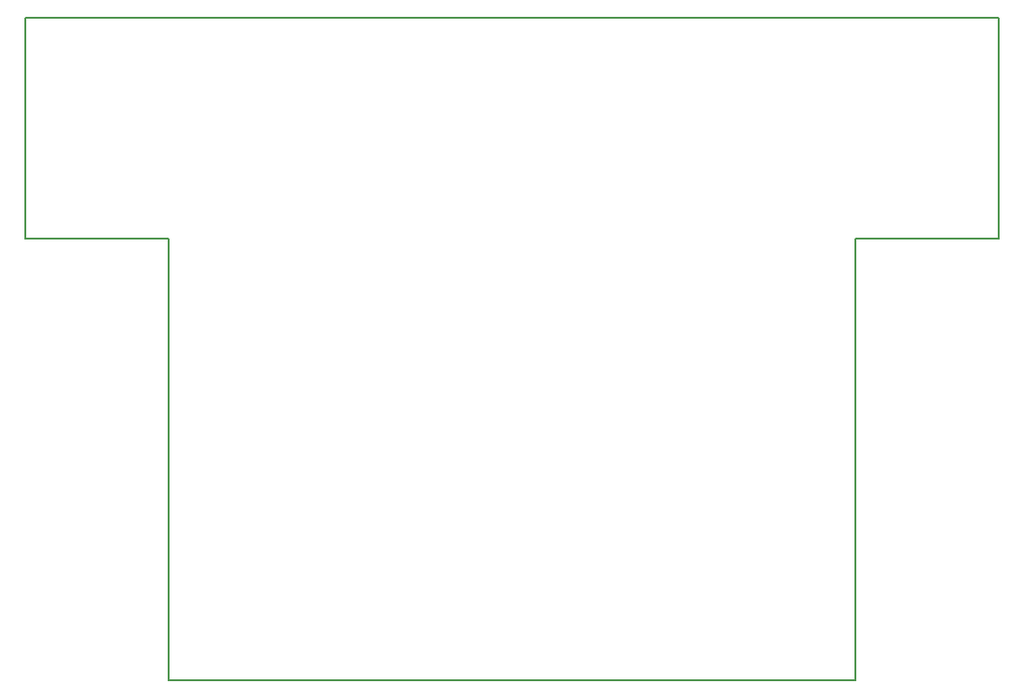
<source format=gbr>
G04 DipTrace 3.3.1.3*
G04 BoardOutline.gbr*
%MOMM*%
G04 #@! TF.FileFunction,Profile*
G04 #@! TF.Part,Single*
%ADD11C,0.14*%
%FSLAX35Y35*%
G04*
G71*
G90*
G75*
G01*
G04 BoardOutline*
%LPD*%
X0Y6000000D2*
D11*
X8800000D1*
Y4000000D1*
X7500000D1*
Y0D1*
X1300000D1*
Y4000000D1*
X0D1*
Y6000000D1*
M02*

</source>
